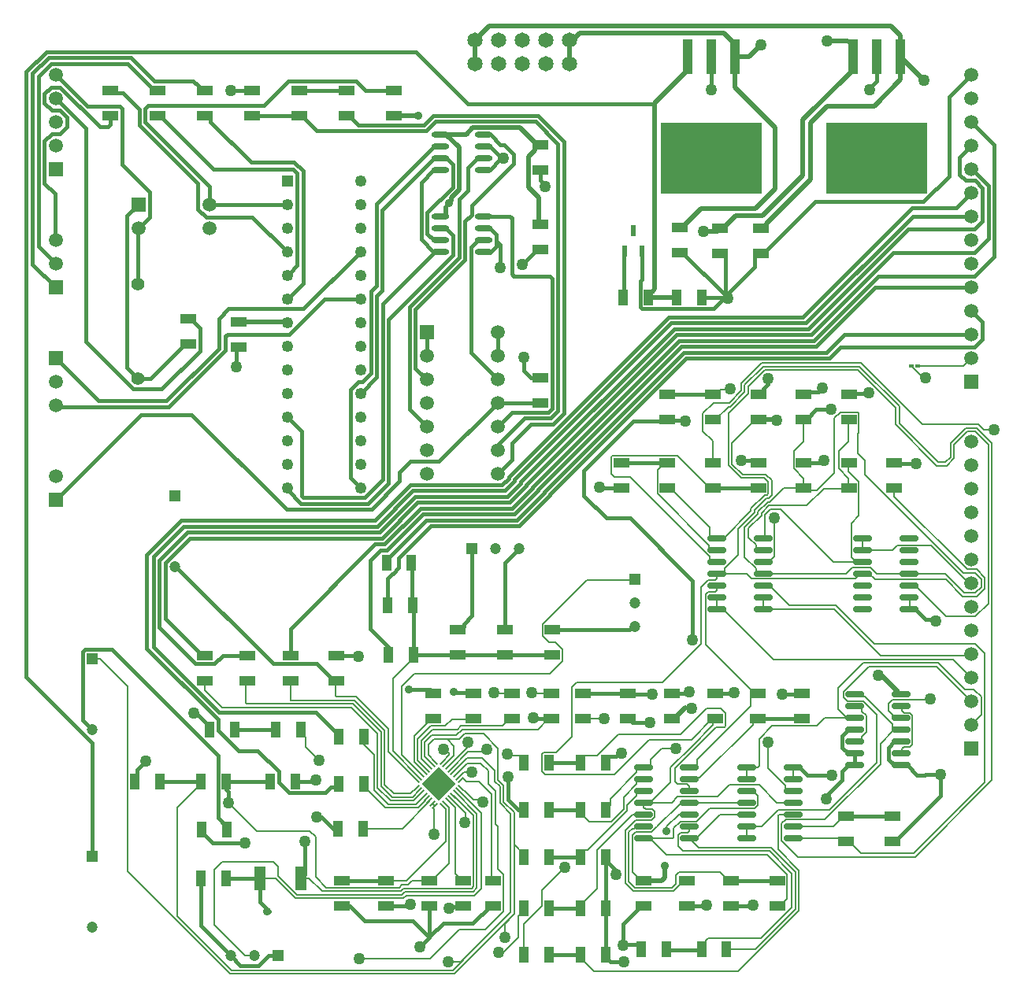
<source format=gtl>
G04*
G04 #@! TF.GenerationSoftware,Altium Limited,Altium Designer,20.0.9 (164)*
G04*
G04 Layer_Physical_Order=1*
G04 Layer_Color=255*
%FSLAX25Y25*%
%MOIN*%
G70*
G01*
G75*
%ADD13C,0.00500*%
%ADD40R,0.06693X0.04331*%
%ADD41R,0.04331X0.06693*%
%ADD42O,0.07480X0.02362*%
G04:AMPARAMS|DCode=43|XSize=28.74mil|YSize=8.66mil|CornerRadius=1.08mil|HoleSize=0mil|Usage=FLASHONLY|Rotation=45.000|XOffset=0mil|YOffset=0mil|HoleType=Round|Shape=RoundedRectangle|*
%AMROUNDEDRECTD43*
21,1,0.02874,0.00650,0,0,45.0*
21,1,0.02657,0.00866,0,0,45.0*
1,1,0.00217,0.01169,0.00710*
1,1,0.00217,-0.00710,-0.01169*
1,1,0.00217,-0.01169,-0.00710*
1,1,0.00217,0.00710,0.01169*
%
%ADD43ROUNDEDRECTD43*%
G04:AMPARAMS|DCode=44|XSize=28.74mil|YSize=8.66mil|CornerRadius=1.08mil|HoleSize=0mil|Usage=FLASHONLY|Rotation=315.000|XOffset=0mil|YOffset=0mil|HoleType=Round|Shape=RoundedRectangle|*
%AMROUNDEDRECTD44*
21,1,0.02874,0.00650,0,0,315.0*
21,1,0.02657,0.00866,0,0,315.0*
1,1,0.00217,0.00710,-0.01169*
1,1,0.00217,-0.01169,0.00710*
1,1,0.00217,-0.00710,0.01169*
1,1,0.00217,0.01169,-0.00710*
%
%ADD44ROUNDEDRECTD44*%
%ADD45P,0.14476X4X360.0*%
%ADD46R,0.04724X0.10236*%
%ADD47R,0.03898X0.14921*%
%ADD48R,0.42677X0.30000*%
%ADD49R,0.02362X0.04528*%
%ADD50R,0.01968X0.01181*%
G04:AMPARAMS|DCode=51|XSize=77.56mil|YSize=23.62mil|CornerRadius=5.91mil|HoleSize=0mil|Usage=FLASHONLY|Rotation=0.000|XOffset=0mil|YOffset=0mil|HoleType=Round|Shape=RoundedRectangle|*
%AMROUNDEDRECTD51*
21,1,0.07756,0.01181,0,0,0.0*
21,1,0.06575,0.02362,0,0,0.0*
1,1,0.01181,0.03287,-0.00591*
1,1,0.01181,-0.03287,-0.00591*
1,1,0.01181,-0.03287,0.00591*
1,1,0.01181,0.03287,0.00591*
%
%ADD51ROUNDEDRECTD51*%
%ADD52C,0.02000*%
%ADD53C,0.01500*%
%ADD54R,0.04724X0.04724*%
%ADD55C,0.04724*%
%ADD56C,0.05906*%
%ADD57R,0.05906X0.05906*%
%ADD58C,0.04921*%
%ADD59R,0.04921X0.04921*%
%ADD60R,0.05906X0.05906*%
%ADD61C,0.05512*%
%ADD62R,0.04724X0.04724*%
%ADD63C,0.06496*%
%ADD64C,0.05000*%
%ADD65C,0.03500*%
D13*
X207000Y97465D02*
G03*
X207001Y97439I500J0D01*
G01*
X207000Y64886D02*
G03*
X207147Y64532I500J0D01*
G01*
X207000Y100293D02*
G03*
X206854Y100646I-500J0D01*
G01*
X207001Y97051D02*
G03*
X207000Y97025I499J-26D01*
G01*
X207001Y97051D02*
G03*
X207001Y97439I-3745J194D01*
G01*
X389343Y257203D02*
X412984D01*
X363296Y283250D02*
X389343Y257203D01*
X412362Y255703D02*
X418703Y249362D01*
X401250Y249315D02*
X407638Y255703D01*
X411741Y254203D02*
X417203Y248741D01*
X402750Y248694D02*
X408259Y254203D01*
X412984Y257203D02*
X415186Y255000D01*
X419500D01*
X407638Y255703D02*
X412362D01*
X408259Y254203D02*
X411741D01*
X402750Y242825D02*
Y248694D01*
X417203Y181259D02*
Y248741D01*
X399675Y239750D02*
X402750Y242825D01*
X401250Y243447D02*
Y249315D01*
X399053Y241250D02*
X401250Y243447D01*
X395947Y241250D02*
X399053D01*
X379439Y257757D02*
X395947Y241250D01*
X395325Y239750D02*
X399675D01*
X377939Y257136D02*
X395325Y239750D01*
X322540Y227328D02*
X323476D01*
X316750Y221539D02*
X322540Y227328D01*
X316750Y220603D02*
Y221539D01*
X323161Y225828D02*
X324097D01*
X318250Y220917D02*
X323161Y225828D01*
X318250Y219981D02*
Y220917D01*
X323782Y224328D02*
X324718D01*
X319750Y220296D02*
X323782Y224328D01*
X319750Y219360D02*
Y220296D01*
X340423Y222828D02*
X347595Y230000D01*
X324404Y222828D02*
X340423D01*
X321250Y219675D02*
X324404Y222828D01*
X321250Y218739D02*
Y219675D01*
X329250Y221250D02*
X351500Y199000D01*
X324947Y221250D02*
X329250D01*
X322750Y219053D02*
X324947Y221250D01*
X322750Y209869D02*
Y219053D01*
X321882Y209000D02*
X322750Y209869D01*
X326609Y201215D02*
Y217390D01*
X324394Y199000D02*
X326609Y201215D01*
X326500Y217500D02*
X326609Y217390D01*
X324718Y224328D02*
X330734Y230344D01*
X314000Y213610D02*
X319750Y219360D01*
X325473Y227205D02*
Y233483D01*
X311246Y212977D02*
X318250Y219981D01*
X323973Y227826D02*
Y232861D01*
X305147Y209000D02*
X316750Y220603D01*
X324097Y225828D02*
X325473Y227205D01*
X323476Y227328D02*
X323973Y227826D01*
X315756Y213244D02*
X321250Y218739D01*
X193879Y29500D02*
X201379Y37000D01*
X188500Y29500D02*
X193879D01*
X214250Y47250D02*
Y47750D01*
X212500Y45500D02*
X214250Y47250D01*
X212500Y40000D02*
Y45500D01*
X211803Y33500D02*
X218250Y39947D01*
X210000Y33500D02*
X211803D01*
X190485Y26107D02*
X201379Y37000D01*
X409750Y159250D02*
X410000Y159000D01*
X360969Y191969D02*
X364000Y195000D01*
X313227Y235969D02*
X322987D01*
X308750Y240447D02*
X313227Y235969D01*
X243000Y148000D02*
X279303D01*
X295750Y164447D01*
X288184Y63842D02*
X288500D01*
X312606Y234469D02*
X322365D01*
X307250Y239825D02*
X312606Y234469D01*
X409000Y150000D02*
Y151000D01*
X181789Y96547D02*
X182003D01*
X182500Y83500D02*
Y94371D01*
X182278Y94594D02*
Y94853D01*
Y94594D02*
X182500Y94371D01*
X191840Y101130D02*
X200750Y92221D01*
X191840Y101130D02*
Y101130D01*
X200750Y60865D02*
Y92221D01*
X190727Y100017D02*
X190832D01*
X199250Y91599D01*
Y61487D02*
Y91599D01*
X371750Y159250D02*
X409750D01*
X322987Y235969D02*
X325473Y233483D01*
X241000Y146000D02*
X243000Y148000D01*
X322365Y234469D02*
X323973Y232861D01*
X402250Y157750D02*
X409000Y151000D01*
X182003Y96547D02*
X182987Y95563D01*
X334439Y87000D02*
X351504D01*
X307249Y264776D02*
X307898D01*
X301758Y259285D02*
X307249Y264776D01*
X307898D02*
X314081Y270959D01*
X371500Y121955D02*
X377045Y127500D01*
X331493Y89969D02*
X348090D01*
X336524Y74000D02*
X386121D01*
X329711Y80813D02*
X336524Y74000D01*
X329711Y80813D02*
Y88187D01*
X331493Y89969D01*
X348090D02*
X371500Y113379D01*
Y121955D01*
X357131Y132869D02*
X360623D01*
X407121Y145000D02*
X411000D01*
X353500Y136500D02*
X357131Y132869D01*
X414203Y134203D02*
Y141797D01*
X364250Y156250D02*
X395871D01*
X353500Y136500D02*
Y145500D01*
X364250Y156250D01*
X395871D02*
X407121Y145000D01*
X411000D02*
X414203Y141797D01*
X291489Y123750D02*
X300548Y132809D01*
X300739Y133000D02*
X301000D01*
X300679Y132679D02*
X300869Y132870D01*
X301000Y133000D01*
X229601Y109000D02*
X259000D01*
X300548Y132809D02*
X300739Y133000D01*
X259000Y109000D02*
X273750Y123750D01*
X291489D01*
X298606Y191128D02*
X301452D01*
X228300Y110301D02*
X229601Y109000D01*
X228300Y110301D02*
Y117699D01*
X228798Y118196D01*
X234196D01*
X295750Y188272D02*
X298606Y191128D01*
X234196Y118196D02*
X241000Y125000D01*
Y146000D01*
X301452Y191128D02*
X302393Y192069D01*
X305431Y196122D02*
X311246Y201937D01*
X304526Y194000D02*
X305431Y194905D01*
Y196122D01*
X311246Y201937D02*
Y212977D01*
X190727Y109983D02*
X196744Y116000D01*
X190727Y109983D02*
X190727D01*
X196744Y116000D02*
X203000D01*
X210500Y96800D02*
X215000Y92300D01*
Y50621D02*
Y92300D01*
X203000Y116000D02*
X208250Y110750D01*
Y106053D02*
Y110750D01*
Y106053D02*
X210500Y103803D01*
Y96800D02*
Y103803D01*
X201379Y37000D02*
X215000Y50621D01*
X212000Y97422D02*
Y104425D01*
X209750Y106675D02*
Y120053D01*
Y106675D02*
X212000Y104425D01*
X208506Y87994D02*
Y101994D01*
X209500Y68892D02*
Y87000D01*
X196721Y113750D02*
X202250D01*
X208506Y87994D02*
X209500Y87000D01*
X205500Y105000D02*
X208506Y101994D01*
X202250Y113750D02*
X205500Y110500D01*
X211875Y50853D02*
Y66518D01*
X209500Y68892D02*
X211875Y66518D01*
X205500Y105000D02*
Y110500D01*
X204199Y43176D02*
X211875Y50853D01*
X193176Y43176D02*
X204199D01*
X181000Y31000D02*
X193176Y43176D01*
X151000Y31000D02*
X181000D01*
X135151Y56485D02*
X169681D01*
X202500Y60494D02*
Y92698D01*
X135136Y56500D02*
X135151Y56485D01*
X115488Y65000D02*
X123988Y56500D01*
X135136D01*
X199756Y57750D02*
X202500Y60494D01*
X192954Y102244D02*
X202500Y92698D01*
X116500Y66109D02*
X124609Y58000D01*
X102574Y32219D02*
X106638D01*
X116500Y66109D02*
Y70000D01*
X114500Y72000D02*
X116500Y70000D01*
X89500Y45293D02*
X89793Y45000D01*
X89793D01*
X102574Y32219D01*
X89500Y45293D02*
Y68500D01*
X93000Y72000D01*
X114500D01*
X124609Y58000D02*
X135757D01*
X135773Y57985D01*
X169060D01*
X126291Y65000D02*
X129610D01*
X135110Y59500D01*
X136379D01*
X136394Y59485D01*
X216500Y79267D02*
Y92922D01*
X212000Y97422D02*
X216500Y92922D01*
X300261Y209000D02*
X302393D01*
X305147D01*
X304526Y194000D02*
X314865D01*
X273953Y97000D02*
X283179D01*
X285679Y99500D01*
X320153Y104500D02*
X327653Y97000D01*
X285679Y99500D02*
X302516D01*
X307516Y104500D02*
X320153D01*
X302516Y99500D02*
X307516Y104500D01*
X327653Y97000D02*
X334439D01*
X395250Y154750D02*
X409000Y141000D01*
X318366Y94500D02*
X319679Y95813D01*
X299159Y94500D02*
X318366D01*
X328169Y52500D02*
X332055Y56385D01*
X273953Y82000D02*
X281089Y74864D01*
X323708D01*
X332055Y66518D01*
X273953Y82000D02*
X283707D01*
X284000Y82293D01*
Y86171D02*
X286860Y89031D01*
X284000Y82293D02*
Y86171D01*
X286860Y89031D02*
X293690D01*
X299159Y94500D01*
X292500Y97000D02*
X314951D01*
X334439Y82000D02*
X355500D01*
X293441D02*
X303441Y92000D01*
X290744Y82000D02*
X294744Y78000D01*
X325243D01*
X305500Y35000D02*
X318500D01*
X315000Y112000D02*
X319579D01*
X328211Y77153D02*
X337000Y68364D01*
X244000Y32000D02*
X250250Y25750D01*
X311371D01*
X328211Y77153D02*
Y91707D01*
X328504Y92000D01*
X334439D01*
X303441D02*
X314951D01*
X319679Y95813D02*
Y99969D01*
X317148Y102500D02*
X319679Y99969D01*
X313000Y102500D02*
X317148D01*
X314951Y87000D02*
X321383D01*
X328383Y94000D01*
X330524D01*
X330555Y94031D01*
X338323D01*
X338354Y94000D01*
X350000D01*
X370000Y114000D01*
Y134407D01*
X364407Y140000D02*
X370000Y134407D01*
X357577Y140000D02*
X364407D01*
X355895Y141682D02*
X357577Y140000D01*
X355895Y141682D02*
Y144057D01*
X366588Y154750D01*
X395250D01*
X337000Y51379D02*
Y68364D01*
X311371Y25750D02*
X337000Y51379D01*
X347861Y132869D02*
X357131D01*
X344552Y129560D02*
X347861Y132869D01*
X325756Y129560D02*
X344552D01*
X320250Y124053D02*
X325756Y129560D01*
X320250Y112671D02*
Y124053D01*
X319579Y112000D02*
X320250Y112671D01*
X290744Y82000D02*
X293441D01*
X355500D02*
X356500Y81000D01*
X351504Y87000D02*
X355504Y91000D01*
X326340Y157750D02*
X402250D01*
X415703Y105703D02*
Y160241D01*
X418703Y106581D02*
Y249362D01*
X314951Y82000D02*
Y86549D01*
X355504Y91000D02*
X356000D01*
X305090Y179000D02*
X326340Y157750D01*
X352000Y179000D02*
X371750Y159250D01*
X379439Y257757D02*
Y264985D01*
X377939Y257136D02*
Y264364D01*
X308750Y240447D02*
Y249440D01*
X319000Y259690D01*
X307250Y262007D02*
X315581Y270338D01*
X307250Y239825D02*
Y262007D01*
X295750Y164447D02*
Y188272D01*
X297665Y163905D02*
X317571Y144000D01*
X297665Y163905D02*
Y185187D01*
X260532Y126048D02*
X287048D01*
X251581Y117096D02*
X260532Y126048D01*
X287048D02*
X298000Y137000D01*
X182278Y94853D02*
X182987Y95563D01*
X171000Y64000D02*
X187500Y80500D01*
Y94242D01*
X189000Y71343D02*
Y95062D01*
X182657Y65000D02*
X189000Y71343D01*
X187386Y96676D02*
X189000Y95062D01*
X186272Y95470D02*
X187500Y94242D01*
X191500Y66915D02*
Y94789D01*
X195500Y88500D02*
X196000Y89000D01*
X202183Y98318D02*
X203256Y97245D01*
X199135Y59250D02*
X200750Y60865D01*
X198513Y60750D02*
X199250Y61487D01*
X196000Y89000D02*
Y92516D01*
X186272Y95470D02*
Y95563D01*
X188499Y97790D02*
X191500Y94789D01*
X171870Y53370D02*
X172500Y54000D01*
X170130Y53370D02*
X171870D01*
X170947Y57750D02*
X199756D01*
X170325Y59250D02*
X199135D01*
X169704Y60750D02*
X198513D01*
X171664Y62250D02*
X173414Y64000D01*
X169083Y62250D02*
X171664D01*
X167817Y60985D02*
X169083Y62250D01*
X137015Y60985D02*
X167817D01*
X168439Y59485D02*
X169704Y60750D01*
X136394Y59485D02*
X168439D01*
X169060Y57985D02*
X170325Y59250D01*
X169681Y56485D02*
X170947Y57750D01*
X162269Y64000D02*
X171000D01*
X173414D02*
X180476D01*
X132500Y65500D02*
Y82500D01*
X95500Y97000D02*
X107500Y85000D01*
X130000D01*
X132500Y82500D01*
Y65500D02*
X137015Y60985D01*
X191107Y24607D02*
X214250Y47750D01*
X96272Y24607D02*
X191107D01*
X218250Y39947D02*
Y48792D01*
X220731Y51273D01*
X216500Y50000D02*
Y79267D01*
X96893Y26107D02*
X190485D01*
X182000Y65000D02*
X182657D01*
X214250Y47750D02*
X216500Y50000D01*
X191840Y108870D02*
X196721Y113750D01*
X207000Y97465D02*
Y100293D01*
X201439Y106061D02*
X206854Y100646D01*
X207147Y64532D02*
X207678Y64000D01*
X207001Y97051D02*
X207001D01*
X207146Y64532D02*
X207147Y64532D01*
X189613Y111097D02*
X197016Y118500D01*
X204139Y118639D02*
X205000Y119500D01*
X321204Y283250D02*
X363296D01*
X312581Y274626D02*
X321204Y283250D01*
X312581Y271581D02*
Y274626D01*
X307441Y266441D02*
X312581Y271581D01*
X301019Y266441D02*
X307441D01*
X296381Y261803D02*
X301019Y266441D01*
X315581Y270338D02*
Y273384D01*
X192533Y128078D02*
X194033Y129578D01*
X182020Y128078D02*
X192533D01*
X177201Y123260D02*
X182020Y128078D01*
X177201Y115769D02*
Y123260D01*
Y115769D02*
X180760Y112210D01*
X377045Y127500D02*
X377968D01*
X386121Y74000D02*
X418703Y106581D01*
X362675Y281750D02*
X379439Y264985D01*
X321825Y281750D02*
X362675D01*
X314081Y274005D02*
X321825Y281750D01*
X314081Y270959D02*
Y274005D01*
X300577Y259285D02*
X301758D01*
X383488Y189000D02*
X386185D01*
X399388Y175797D01*
X411741D01*
X417203Y181259D01*
X362053Y280250D02*
X377939Y264364D01*
X322447Y280250D02*
X362053D01*
X315581Y273384D02*
X322447Y280250D01*
X190244Y132409D02*
X199170D01*
X187413Y129578D02*
X190244Y132409D01*
X181399Y129578D02*
X187413D01*
X175701Y123881D02*
X181399Y129578D01*
X267409Y191409D02*
X267500Y191500D01*
X247195Y191409D02*
X267409D01*
X228433Y172647D02*
X247195Y191409D01*
X228433Y167613D02*
Y172647D01*
Y167613D02*
X231231Y164815D01*
X234029D01*
X236826Y162017D01*
Y156983D02*
Y162017D01*
X231456Y151613D02*
X236826Y156983D01*
X174370Y151613D02*
X231456D01*
X169000Y146243D02*
X174370Y151613D01*
X169000Y117289D02*
Y146243D01*
Y117289D02*
X177420Y108870D01*
X203553Y126250D02*
X209750Y120053D01*
X228346Y59846D02*
X238000Y69500D01*
X228346Y53355D02*
Y59846D01*
X282558Y230344D02*
X299356Y213546D01*
X198447Y109947D02*
X198500Y110000D01*
X195250Y109947D02*
X198447D01*
X193060Y107756D02*
X195250Y109947D01*
X192954Y107756D02*
X193060D01*
X199170Y132409D02*
X199355Y132594D01*
X194033Y129578D02*
X211513D01*
X214528Y132594D01*
X215710D01*
X187500Y119500D02*
X189000Y118000D01*
X186500Y119500D02*
X187500D01*
X192063Y125487D02*
X194654Y128078D01*
X226481D01*
X230996Y132594D01*
X232177D01*
X194940Y107256D02*
X196136Y106061D01*
X194681Y107256D02*
X194940D01*
X194067Y106642D02*
X194681Y107256D01*
X281377Y230344D02*
X282558D01*
X378337Y127869D02*
X380111D01*
X377968Y127500D02*
X378337Y127869D01*
X314951Y112000D02*
X315000D01*
X181550Y125487D02*
X192063D01*
X338977Y250011D02*
Y259285D01*
X334781Y245815D02*
X338977Y250011D01*
X334781Y238456D02*
Y245815D01*
Y238456D02*
X338977Y234260D01*
Y231023D02*
Y234260D01*
Y231023D02*
X339000Y231000D01*
X324000Y111524D02*
Y122500D01*
Y111524D02*
X331402Y104122D01*
Y102905D02*
Y104122D01*
Y102905D02*
X332307Y102000D01*
X274293Y115293D02*
X279000Y120000D01*
X285000D01*
X282593Y111886D02*
X291490Y120782D01*
X284500Y111671D02*
X301829Y129000D01*
X220731Y45740D02*
X228346Y53355D01*
X196136Y106061D02*
X201439D01*
X202596Y118639D02*
X204139D01*
X197016Y118500D02*
X202457D01*
X202596Y118639D01*
X188134Y123987D02*
X191000Y121121D01*
Y117000D02*
Y121121D01*
X187386Y113386D02*
X191000Y117000D01*
X195447Y126250D02*
X203553D01*
X193184Y123987D02*
X195447Y126250D01*
X188134Y123987D02*
X193184D01*
X188568Y112210D02*
X197000Y120642D01*
Y122500D01*
X178701Y122639D02*
X181550Y125487D01*
X178701Y116496D02*
Y122639D01*
X224000Y143500D02*
X224276Y143224D01*
X232177D01*
X208000Y143500D02*
X208276Y143224D01*
X215710D01*
X189613Y98903D02*
X196000Y92516D01*
X194415Y64000D02*
X195049D01*
X52985Y67894D02*
Y146128D01*
X41112Y158000D02*
X52985Y146128D01*
Y67894D02*
X96272Y24607D01*
X384622Y282000D02*
X385016D01*
X385356Y281660D01*
Y281245D02*
Y281660D01*
Y281245D02*
X389601Y277000D01*
X390500D01*
X189613Y111097D02*
X189613D01*
X165201Y118799D02*
X176244Y107756D01*
X165201Y118799D02*
Y149575D01*
X173787Y158161D01*
X103000Y139202D02*
X103293Y138909D01*
X148323D01*
X160201Y104030D02*
X164823Y99409D01*
X173471D02*
X176306Y102244D01*
X148323Y138909D02*
X160201Y127030D01*
X164823Y99409D02*
X173471D01*
X160201Y104030D02*
Y127030D01*
X103000Y139202D02*
Y148055D01*
X103630Y148685D01*
X163201Y96409D02*
X174925D01*
X157201Y102409D02*
Y117397D01*
X178533Y100017D02*
Y100017D01*
X157201Y102409D02*
X163201Y96409D01*
X174925D02*
X178533Y100017D01*
X152945Y121653D02*
X157201Y117397D01*
X152945Y121653D02*
Y125000D01*
X207001Y97439D02*
X207001D01*
X108968Y65000D02*
X115488D01*
X163201Y118677D02*
X175193Y106686D01*
X141000Y142202D02*
Y148378D01*
X149565Y141909D02*
X163201Y128273D01*
X141000Y142202D02*
X141293Y141909D01*
X163201Y118677D02*
Y128273D01*
X141293Y141909D02*
X149565D01*
X152630Y86000D02*
X169121D01*
X180760Y97639D01*
Y97790D01*
X92955Y137409D02*
X147701D01*
X174201Y125201D02*
X181909Y132909D01*
X180201Y117223D02*
X182987Y114437D01*
X180201Y117223D02*
Y121701D01*
X182487Y123987D01*
X188134D01*
X181909Y132909D02*
X182201D01*
X161855Y94909D02*
X175909D01*
X152945Y103819D02*
X161855Y94909D01*
X191500Y66915D02*
X194415Y64000D01*
X207000Y97025D02*
X207000Y64886D01*
X178701Y116496D02*
X181874Y113324D01*
X178936Y98192D02*
X179647Y98903D01*
X178936Y97936D02*
Y98192D01*
X175909Y94909D02*
X178936Y97936D01*
X176244Y107756D02*
X176306D01*
X175193Y106642D02*
Y106686D01*
X174201Y114315D02*
X178533Y109983D01*
X174201Y114315D02*
Y125201D01*
X175701Y115042D02*
X179647Y111097D01*
X175701Y115042D02*
Y123881D01*
X177314Y101130D02*
X177420D01*
X174092Y97909D02*
X177314Y101130D01*
X164201Y97909D02*
X174092D01*
X158701Y103409D02*
X164201Y97909D01*
X158701Y103409D02*
Y126409D01*
X147701Y137409D02*
X158701Y126409D01*
X175150Y103358D02*
X175193D01*
X172701Y100909D02*
X175150Y103358D01*
X165444Y100909D02*
X172701D01*
X161701Y104651D02*
X165444Y100909D01*
X161701Y104651D02*
Y127651D01*
X148944Y140409D02*
X161701Y127651D01*
X122074Y140409D02*
X148944D01*
X121781Y140702D02*
X122074Y140409D01*
X121781Y140702D02*
Y148685D01*
X85630Y144734D02*
Y148685D01*
Y144734D02*
X92955Y137409D01*
X152945Y103819D02*
Y105000D01*
X141000Y148378D02*
X141307Y148685D01*
X173787Y158161D02*
Y159343D01*
X196916Y100508D02*
Y100508D01*
Y100508D02*
X199106Y98318D01*
X202183D01*
X196212Y101212D02*
X196916Y100508D01*
X194067Y103358D02*
X196212Y101212D01*
X377599Y132869D02*
X380111D01*
X375000Y135848D02*
Y139000D01*
X376500Y140500D01*
X375000Y135848D02*
X376693Y134155D01*
X376500Y140500D02*
X393000D01*
X376693Y133774D02*
Y134155D01*
Y133774D02*
X377599Y132869D01*
X384839Y121682D02*
Y134057D01*
X383898Y134997D02*
X384839Y134057D01*
X381441Y134997D02*
X383898D01*
X383898Y120741D02*
X384839Y121682D01*
X354479Y262301D02*
X361876D01*
X362373Y261803D01*
X352000Y259822D02*
X354479Y262301D01*
X362373Y253588D02*
Y261803D01*
X365000Y236007D02*
X406710Y194297D01*
X365000Y236007D02*
Y242000D01*
X362000Y245000D02*
Y253215D01*
Y245000D02*
X365000Y242000D01*
X362000Y253215D02*
X362373Y253588D01*
X412362Y184297D02*
X415703Y187638D01*
X414203Y188259D02*
Y191741D01*
X415703Y187638D02*
Y192362D01*
X411741Y185797D02*
X414203Y188259D01*
X412268Y195797D02*
X415703Y192362D01*
X411646Y194297D02*
X414203Y191741D01*
X411741Y164203D02*
X415703Y160241D01*
X385500Y75500D02*
X415703Y105703D01*
X410000Y130000D02*
X414203Y134203D01*
X302000Y270157D02*
X303674Y271831D01*
X307527D02*
X307848Y272152D01*
X302000Y270000D02*
Y270157D01*
X303674Y271831D02*
X307527D01*
X296381Y254444D02*
Y261803D01*
Y254444D02*
X300577Y250248D01*
Y240974D02*
Y250248D01*
X351500Y199000D02*
X361303D01*
X321882D02*
X324394D01*
X318844Y204905D02*
Y206122D01*
X315756Y209211D02*
Y213244D01*
X318844Y204905D02*
X319749Y204000D01*
X315756Y209211D02*
X318844Y206122D01*
X319749Y204000D02*
X321882D01*
X314000Y200966D02*
Y213610D01*
X220000Y115000D02*
Y115866D01*
X218770Y117096D02*
X220000Y115866D01*
X213903Y117096D02*
X218770D01*
X213500Y117500D02*
X213903Y117096D01*
X246500Y131500D02*
X247500Y132500D01*
X254500D01*
X189000Y117135D02*
Y117793D01*
X186272Y114437D02*
X186302D01*
X189000Y117135D01*
X187386Y113324D02*
Y113386D01*
X188499Y112210D02*
X188568D01*
X128425Y120575D02*
X134000Y115000D01*
X128425Y120575D02*
Y124653D01*
X126260Y126819D02*
X128425Y124653D01*
X126260Y126819D02*
Y128000D01*
X216500Y79267D02*
X220731Y75036D01*
Y73855D02*
Y75036D01*
Y32727D02*
Y45740D01*
Y51273D02*
Y52454D01*
X281000Y86884D02*
X286116Y92000D01*
X281000Y85000D02*
Y86884D01*
X290144Y96400D02*
X290744Y97000D01*
X286116Y92000D02*
X290000D01*
X277000Y86829D02*
X286571Y96400D01*
X266528Y83187D02*
X267841Y84500D01*
X277000Y86829D02*
Y86829D01*
X274671Y84500D02*
X277000Y86829D01*
X245096Y117096D02*
X251581D01*
X243500Y115500D02*
X245096Y117096D01*
X286571Y96400D02*
X290144D01*
X274293Y112905D02*
Y115293D01*
X272000Y112000D02*
X273388D01*
X274293Y112905D01*
X332307Y102000D02*
X334439D01*
Y107000D02*
Y112000D01*
X409000Y284338D02*
Y286000D01*
X74000Y94819D02*
X84000Y104819D01*
X74000Y49000D02*
X96893Y26107D01*
X74000Y49000D02*
Y94819D01*
X38000Y158000D02*
X41112D01*
X314726Y86774D02*
X314951Y86549D01*
X365000Y142000D02*
X376728Y130272D01*
Y128740D02*
Y130272D01*
X360623Y142869D02*
X363504D01*
X364373Y142000D01*
X365000D01*
X376728Y128740D02*
X377968Y127500D01*
X362755Y137869D02*
X363660Y136964D01*
Y135747D02*
Y136964D01*
X360623Y137869D02*
X362755D01*
X365500Y126831D02*
Y133907D01*
X363660Y124992D02*
X365500Y126831D01*
X363660Y135747D02*
X365500Y133907D01*
X360000Y122500D02*
X362386D01*
X363660Y123775D02*
Y124992D01*
X362386Y122500D02*
X363660Y123775D01*
X258147Y243989D02*
X285751D01*
X257649Y236351D02*
Y243491D01*
X258147Y243989D01*
X387378Y282000D02*
X406662D01*
X409000Y284338D01*
X84000Y104819D02*
Y106000D01*
X358000Y249923D02*
Y260000D01*
X353981Y238456D02*
Y245903D01*
X358000Y230521D02*
X358177Y230344D01*
X353981Y245903D02*
X358000Y249923D01*
Y230521D02*
Y234437D01*
X353981Y238456D02*
X358000Y234437D01*
X352000Y236526D02*
Y259822D01*
X358000Y237235D02*
X359235Y236000D01*
X362373Y218497D02*
Y232861D01*
X359235Y236000D02*
X362373Y232861D01*
X359272Y215395D02*
X362373Y218497D01*
X359235Y236000D02*
X359235D01*
X358000Y237235D02*
Y240797D01*
X358177Y240974D01*
X406710Y194297D02*
X411646D01*
X408203Y195797D02*
X412268D01*
X377377Y226623D02*
X408203Y195797D01*
X392854Y206031D02*
X408886Y190000D01*
X378503Y206031D02*
X392854D01*
X344693Y229219D02*
X352000Y236526D01*
X316896Y191969D02*
X360969D01*
X314000Y200966D02*
X318844Y196122D01*
Y194905D02*
Y196122D01*
X314865Y194000D02*
X316896Y191969D01*
X318844Y194905D02*
X319749Y194000D01*
X321000D01*
X314951Y111951D02*
X315000Y112000D01*
X263528Y85187D02*
X267841Y89500D01*
X283827Y59485D02*
X288184Y63842D01*
X267841Y89500D02*
X274671D01*
X272197Y94128D02*
X275043D01*
X274671Y89500D02*
X275984Y90813D01*
X275043Y94128D02*
X275984Y93187D01*
X271256Y95069D02*
X272197Y94128D01*
X356500Y81000D02*
X357866D01*
X363366Y75500D01*
X385500D01*
X407032Y185797D02*
X411741D01*
X369197Y191500D02*
X399208D01*
X364000Y204000D02*
X376472D01*
X399208Y191500D02*
X406411Y184297D01*
X376472Y204000D02*
X378503Y206031D01*
X406411Y184297D02*
X412362D01*
X383488Y194000D02*
X398830D01*
X408886Y190000D02*
X409000D01*
X398830Y194000D02*
X407032Y185797D01*
X361303Y199000D02*
X361868D01*
X359272Y201031D02*
X361303Y199000D01*
X359272Y201031D02*
Y215395D01*
X347595Y230000D02*
X358000D01*
X368919Y164203D02*
X411741D01*
X352621Y180500D02*
X368919Y164203D01*
X324578Y189000D02*
X333078Y180500D01*
X352621D01*
X321882Y179000D02*
X352000D01*
X302197Y179197D02*
X302393Y179393D01*
Y179000D02*
X305090D01*
X280000Y240974D02*
Y241000D01*
Y240778D02*
Y240974D01*
X257649Y236351D02*
X259000Y235000D01*
X277181Y227826D02*
X299076Y205931D01*
X259000Y235000D02*
X265478D01*
X299356Y201122D01*
X299076Y204905D02*
Y205931D01*
Y204905D02*
X299981Y204000D01*
X277181Y237958D02*
X280000Y240778D01*
X299981Y204000D02*
X302393D01*
X277181Y227826D02*
Y237958D01*
X285751Y243989D02*
X299000Y230740D01*
X299356Y209905D02*
Y213546D01*
X300261Y199000D02*
X302393D01*
X299356Y199905D02*
Y201122D01*
Y199905D02*
X300261Y199000D01*
X299000Y230000D02*
Y230740D01*
X330734Y230344D02*
X338977D01*
X366697Y194000D02*
X369197Y191500D01*
X369915Y194000D02*
X382000D01*
X367415Y196500D02*
X369915Y194000D01*
X357000D02*
X359500Y196500D01*
X377377Y226623D02*
Y230344D01*
X338977D02*
X340101Y229219D01*
X383488Y184000D02*
X384000Y183488D01*
Y180000D02*
Y183488D01*
X321882Y194000D02*
X357000D01*
X361868Y199000D02*
X364000D01*
X340101Y229219D02*
X344693D01*
X364000Y204000D02*
Y209000D01*
X321882Y180119D02*
Y184000D01*
Y180119D02*
X322000Y180000D01*
X356908Y80593D02*
X357500Y80000D01*
X321882Y189000D02*
X324578D01*
X302393Y192069D02*
Y194000D01*
X304526D01*
X359500Y196500D02*
X367415D01*
X319062Y143938D02*
X319123Y144000D01*
X297665Y185187D02*
X298606Y186128D01*
X301452D02*
X302393Y187069D01*
X317571Y144000D02*
X319000D01*
X298606Y186128D02*
X301452D01*
X302393Y179393D02*
Y184000D01*
X316432Y141308D02*
X318937Y143814D01*
X302393Y187069D02*
Y189000D01*
X300679Y129971D02*
Y132679D01*
X298000Y137000D02*
X304000D01*
X290744Y112000D02*
X292876D01*
X293781Y115160D02*
X316432Y137810D01*
X293781Y112905D02*
Y115160D01*
X292876Y112000D02*
X293781Y112905D01*
X299356Y209905D02*
X300261Y209000D01*
X380500Y119800D02*
X381441Y120741D01*
X383898D01*
X380500Y118000D02*
Y119800D01*
Y135938D02*
Y137480D01*
X380111Y137869D02*
X380500Y137480D01*
Y135938D02*
X381441Y134997D01*
X297607Y37970D02*
Y38607D01*
X298500Y39500D01*
X320879D01*
X296137Y36500D02*
X297607Y37970D01*
X295500Y36500D02*
X296137D01*
X303518Y67500D02*
X306518Y64500D01*
X286309Y67500D02*
X303518D01*
X285000Y66191D02*
X286309Y67500D01*
X318500Y35000D02*
X335500Y52000D01*
X324621Y76500D02*
X334000Y67121D01*
X335500Y52000D02*
Y67743D01*
X325243Y78000D02*
X335500Y67743D01*
X320879Y39500D02*
X334000Y52621D01*
Y67121D01*
X332055Y56385D02*
Y66518D01*
X283206Y60985D02*
X285000Y62779D01*
Y66191D01*
X267626Y60985D02*
X283206D01*
X288000Y76500D02*
X324621D01*
X265028Y63582D02*
X267626Y60985D01*
X243000Y54000D02*
X244979D01*
X266528Y67615D02*
X269143Y65000D01*
X265028Y84528D02*
X266500Y86000D01*
X267375D01*
X267841Y84500D02*
X274671D01*
X265028Y63582D02*
Y84528D01*
X267375Y86000D02*
X268375Y87000D01*
X266675Y92000D02*
X271256D01*
X263528Y62961D02*
X267004Y59485D01*
X259092Y84416D02*
X266675Y92000D01*
X266528Y67615D02*
Y83187D01*
X263528Y62961D02*
Y85187D01*
X259092Y84416D02*
X259092D01*
X268375Y87000D02*
X271256D01*
X286016Y78484D02*
X288000Y76500D01*
X286016Y78484D02*
Y83187D01*
X244979Y54000D02*
X251500Y60521D01*
Y76825D01*
X245451Y76951D02*
X247573D01*
X264277Y93656D01*
X251500Y76825D02*
X259092Y84416D01*
X244000Y75500D02*
X245451Y76951D01*
X248245Y89000D02*
X257500D01*
X244500Y92745D02*
X248245Y89000D01*
X244500Y92745D02*
Y95000D01*
X257500Y89000D02*
X262777Y94277D01*
X268218Y99878D02*
Y101095D01*
X269124Y102000D01*
X264277Y95936D02*
X268218Y99878D01*
X264277Y93656D02*
Y95936D01*
X269124Y102000D02*
X271256D01*
X262777Y99436D02*
X268218Y104878D01*
Y106095D01*
X262777Y94277D02*
Y99436D01*
X273953Y97000D02*
X282593Y105641D01*
X269124Y107000D02*
X271256D01*
X268218Y106095D02*
X269124Y107000D01*
X282593Y105641D02*
Y111886D01*
X271256Y97000D02*
X273953D01*
X290744Y107000D02*
X291253Y107509D01*
X295009D01*
X291490Y120782D02*
X291490D01*
X290744Y85069D02*
Y87000D01*
X289803Y84128D02*
X290744Y85069D01*
X286957Y84128D02*
X289803D01*
X286016Y83187D02*
X286957Y84128D01*
X271256Y82000D02*
X273953D01*
X267004Y59485D02*
X283827D01*
X269143Y65000D02*
X270000D01*
X275984Y90813D02*
Y93187D01*
X304000Y137000D02*
X306000Y135000D01*
Y129500D02*
Y135000D01*
X305500Y129000D02*
X306000Y129500D01*
X290500Y102244D02*
X290744Y102000D01*
X285628Y104872D02*
X289559D01*
X301829Y129000D02*
X305500D01*
X289559Y104872D02*
X290500Y103931D01*
X284500Y106000D02*
X285628Y104872D01*
X291490Y120782D02*
X300679Y129971D01*
X290500Y102244D02*
Y103931D01*
X284500Y106000D02*
Y111671D01*
X306518Y64500D02*
X308000D01*
X295009Y107509D02*
X317471Y129971D01*
X271256Y95069D02*
Y97000D01*
X269124Y112000D02*
X271256D01*
X319293Y132500D02*
X319500D01*
X317471Y129971D02*
Y130678D01*
X319293Y132500D01*
X314951Y107000D02*
Y111951D01*
X268218Y111095D02*
X269124Y112000D01*
X257113Y98773D02*
X268218Y109878D01*
Y111095D01*
X257113Y96113D02*
Y98773D01*
X255000Y94000D02*
X257113Y96113D01*
X316432Y137810D02*
Y141308D01*
X173787Y159343D02*
X173945Y159500D01*
D40*
X215710Y143224D02*
D03*
Y132594D02*
D03*
X319777Y269915D02*
D03*
Y259285D02*
D03*
X207678Y53370D02*
D03*
Y64000D02*
D03*
X125453Y388023D02*
D03*
Y398653D02*
D03*
X85453D02*
D03*
Y388023D02*
D03*
X65453Y398653D02*
D03*
Y388023D02*
D03*
X105453Y398653D02*
D03*
Y388023D02*
D03*
X145453Y398653D02*
D03*
Y388023D02*
D03*
X165453Y398653D02*
D03*
Y388023D02*
D03*
X45453D02*
D03*
Y398653D02*
D03*
X100000Y290000D02*
D03*
Y300630D02*
D03*
X78453Y301968D02*
D03*
Y291338D02*
D03*
X227453Y365023D02*
D03*
Y375653D02*
D03*
Y276995D02*
D03*
Y266365D02*
D03*
Y331338D02*
D03*
Y341968D02*
D03*
X180476Y64000D02*
D03*
Y53370D02*
D03*
X141307Y148685D02*
D03*
Y159315D02*
D03*
X232177Y132594D02*
D03*
Y143224D02*
D03*
X232630Y170130D02*
D03*
Y159500D02*
D03*
X195049Y53370D02*
D03*
Y64000D02*
D03*
X162269Y53370D02*
D03*
Y64000D02*
D03*
X143583Y64000D02*
D03*
Y53370D02*
D03*
X85630Y148685D02*
D03*
Y159315D02*
D03*
X103630Y148685D02*
D03*
Y159315D02*
D03*
X121781Y148685D02*
D03*
Y159315D02*
D03*
X192630Y170130D02*
D03*
Y159500D02*
D03*
X212630Y170130D02*
D03*
Y159500D02*
D03*
X303756Y340315D02*
D03*
Y329685D02*
D03*
X321000Y340315D02*
D03*
Y329685D02*
D03*
X286513Y340606D02*
D03*
Y329976D02*
D03*
X199355Y143224D02*
D03*
Y132594D02*
D03*
X182229Y143224D02*
D03*
Y132594D02*
D03*
X338977Y259285D02*
D03*
Y269915D02*
D03*
X358177Y240974D02*
D03*
Y230344D02*
D03*
Y259285D02*
D03*
Y269915D02*
D03*
X281377Y230344D02*
D03*
Y240974D02*
D03*
X261846D02*
D03*
Y230344D02*
D03*
X377377D02*
D03*
Y240974D02*
D03*
X338977Y230344D02*
D03*
Y240974D02*
D03*
X300577Y230344D02*
D03*
Y240974D02*
D03*
X319777Y230344D02*
D03*
Y240974D02*
D03*
X300577Y269915D02*
D03*
Y259285D02*
D03*
X281377Y269915D02*
D03*
Y259285D02*
D03*
X319528Y143224D02*
D03*
Y132594D02*
D03*
X338416D02*
D03*
Y143224D02*
D03*
X327858Y53370D02*
D03*
Y64000D02*
D03*
X308199Y64000D02*
D03*
Y53370D02*
D03*
X289523Y64000D02*
D03*
Y53370D02*
D03*
X357000Y80685D02*
D03*
Y91315D02*
D03*
X376545D02*
D03*
Y80685D02*
D03*
X271324Y64000D02*
D03*
Y53370D02*
D03*
X301514Y132594D02*
D03*
Y143224D02*
D03*
X283208Y132594D02*
D03*
Y143224D02*
D03*
X245749D02*
D03*
Y132594D02*
D03*
X264752Y143224D02*
D03*
Y132594D02*
D03*
D41*
X56000Y106000D02*
D03*
X66630D02*
D03*
X126260Y128000D02*
D03*
X115630D02*
D03*
X94630Y106000D02*
D03*
X84000D02*
D03*
X152630Y86000D02*
D03*
X142000D02*
D03*
X113315Y106000D02*
D03*
X123945D02*
D03*
X98260Y128000D02*
D03*
X87630D02*
D03*
X94945Y85500D02*
D03*
X84315D02*
D03*
X94630Y65000D02*
D03*
X84000D02*
D03*
X152945Y125000D02*
D03*
X142315D02*
D03*
X152945Y105000D02*
D03*
X142315D02*
D03*
X173071Y198661D02*
D03*
X162442D02*
D03*
X173630Y180500D02*
D03*
X163000D02*
D03*
X173945Y159500D02*
D03*
X163315D02*
D03*
X273315Y311000D02*
D03*
X262685D02*
D03*
X285332D02*
D03*
X295962D02*
D03*
X306397Y34873D02*
D03*
X295767D02*
D03*
X280773D02*
D03*
X270143D02*
D03*
X255198Y93858D02*
D03*
X244568D02*
D03*
X231315D02*
D03*
X220685D02*
D03*
X231361Y73855D02*
D03*
X220731D02*
D03*
X244614Y73855D02*
D03*
X255244D02*
D03*
X231361Y52454D02*
D03*
X220731D02*
D03*
X244614D02*
D03*
X255244D02*
D03*
X231361Y32727D02*
D03*
X220731D02*
D03*
X244614D02*
D03*
X255244D02*
D03*
X231315Y114000D02*
D03*
X220685D02*
D03*
X244568D02*
D03*
X255198D02*
D03*
D42*
X203705Y365077D02*
D03*
Y370077D02*
D03*
Y375077D02*
D03*
Y380077D02*
D03*
X185201Y365077D02*
D03*
Y370077D02*
D03*
Y375077D02*
D03*
Y380077D02*
D03*
X203705Y330153D02*
D03*
Y335153D02*
D03*
Y340153D02*
D03*
Y345153D02*
D03*
X185201Y330153D02*
D03*
Y335153D02*
D03*
Y340153D02*
D03*
Y345153D02*
D03*
D43*
X175193Y103358D02*
D03*
X176306Y102244D02*
D03*
X177420Y101130D02*
D03*
X178533Y100017D02*
D03*
X179647Y98903D02*
D03*
X180760Y97790D02*
D03*
X181874Y96676D02*
D03*
X182987Y95563D02*
D03*
X194067Y106642D02*
D03*
X192954Y107756D02*
D03*
X191840Y108870D02*
D03*
X190727Y109983D02*
D03*
X189613Y111097D02*
D03*
X188499Y112210D02*
D03*
X187386Y113324D02*
D03*
X186272Y114437D02*
D03*
D44*
X182987D02*
D03*
X181874Y113324D02*
D03*
X180760Y112210D02*
D03*
X179647Y111097D02*
D03*
X178533Y109983D02*
D03*
X177420Y108870D02*
D03*
X176306Y107756D02*
D03*
X175193Y106642D02*
D03*
X186272Y95563D02*
D03*
X187386Y96676D02*
D03*
X188499Y97790D02*
D03*
X189613Y98903D02*
D03*
X190727Y100017D02*
D03*
X191840Y101130D02*
D03*
X192954Y102244D02*
D03*
X194067Y103358D02*
D03*
D45*
X184630Y105000D02*
D03*
D46*
X126291Y65000D02*
D03*
X108968D02*
D03*
D47*
X380000Y412835D02*
D03*
X370000D02*
D03*
X360000D02*
D03*
X310000D02*
D03*
X300000D02*
D03*
X290000D02*
D03*
D48*
X370000Y370000D02*
D03*
X300000D02*
D03*
D49*
X267000Y339429D02*
D03*
X270740Y330571D02*
D03*
X263260D02*
D03*
D50*
X384622Y282000D02*
D03*
X387378D02*
D03*
D51*
X360623Y142869D02*
D03*
Y137869D02*
D03*
Y132869D02*
D03*
Y127869D02*
D03*
Y122869D02*
D03*
Y117869D02*
D03*
Y112869D02*
D03*
X380111D02*
D03*
Y117869D02*
D03*
Y122869D02*
D03*
Y127869D02*
D03*
Y132869D02*
D03*
Y137869D02*
D03*
Y142869D02*
D03*
X364000Y209000D02*
D03*
Y204000D02*
D03*
Y199000D02*
D03*
Y194000D02*
D03*
Y189000D02*
D03*
Y184000D02*
D03*
Y179000D02*
D03*
X383488D02*
D03*
Y184000D02*
D03*
Y189000D02*
D03*
Y194000D02*
D03*
Y199000D02*
D03*
Y204000D02*
D03*
Y209000D02*
D03*
X302393D02*
D03*
Y204000D02*
D03*
Y199000D02*
D03*
Y194000D02*
D03*
Y189000D02*
D03*
Y184000D02*
D03*
Y179000D02*
D03*
X321882D02*
D03*
Y184000D02*
D03*
Y189000D02*
D03*
Y194000D02*
D03*
Y199000D02*
D03*
Y204000D02*
D03*
Y209000D02*
D03*
X271256Y112000D02*
D03*
Y107000D02*
D03*
Y102000D02*
D03*
Y97000D02*
D03*
Y92000D02*
D03*
Y87000D02*
D03*
Y82000D02*
D03*
X290744D02*
D03*
Y87000D02*
D03*
Y92000D02*
D03*
Y97000D02*
D03*
Y102000D02*
D03*
Y107000D02*
D03*
Y112000D02*
D03*
X334439Y82000D02*
D03*
Y87000D02*
D03*
Y92000D02*
D03*
Y97000D02*
D03*
Y102000D02*
D03*
Y107000D02*
D03*
Y112000D02*
D03*
X314951D02*
D03*
Y107000D02*
D03*
Y102000D02*
D03*
Y97000D02*
D03*
Y92000D02*
D03*
Y87000D02*
D03*
Y82000D02*
D03*
D52*
X349000Y419500D02*
X357750D01*
X357955Y419295D01*
X359051D01*
X360000Y418347D01*
X358874Y406374D02*
X359051D01*
X360000Y407323D01*
X338757Y386257D02*
X358874Y406374D01*
X360000Y418000D02*
Y418347D01*
X206000Y426000D02*
X376000D01*
X200000Y420000D02*
X206000Y426000D01*
X376000D02*
X380000Y422000D01*
X319777Y259285D02*
X319918Y259427D01*
X327073D02*
X327500Y259000D01*
X279089Y396411D02*
X288801Y406124D01*
X276000Y393323D02*
X279089Y396411D01*
X288801Y406124D02*
X290000Y407323D01*
X372000Y151000D02*
X379000Y144000D01*
X370500Y151000D02*
X372000D01*
X380000Y412949D02*
X389949Y403000D01*
X390000D01*
X303441Y340000D02*
X304623D01*
X303441D02*
X303756Y340315D01*
X302441Y339000D02*
X303441Y340000D01*
X296500Y339000D02*
X302441D01*
X380000Y412949D02*
Y418347D01*
Y422000D01*
X280151Y70171D02*
X280250Y70072D01*
Y65172D02*
Y70072D01*
X271324Y64000D02*
X279078D01*
X280250Y65172D01*
X165453Y388023D02*
X165464Y388012D01*
X175988D01*
X176000Y388000D01*
X226272Y375653D02*
X226925Y375000D01*
X219067Y382858D02*
X226272Y375653D01*
X187760Y380077D02*
X196281D01*
X185201D02*
X187760D01*
X199062Y382858D02*
X219067D01*
X196281Y380077D02*
X199062Y382858D01*
X226925Y375000D02*
X227000D01*
X190000Y352000D02*
Y353214D01*
X187760Y380077D02*
X193365Y374472D01*
Y356579D02*
Y374472D01*
X190000Y353214D02*
X193365Y356579D01*
X185201Y345153D02*
X187573D01*
X187740Y345320D01*
Y349334D01*
X119484Y300484D02*
X120000Y301000D01*
X100000Y300630D02*
X100146Y300484D01*
X119484D01*
X222506Y370707D02*
X225107Y373307D01*
Y374488D01*
X226272Y375653D01*
X222506Y357739D02*
Y370707D01*
Y357739D02*
X227000Y353246D01*
Y342000D02*
Y353246D01*
X283208Y132594D02*
X284389D01*
X289000Y137205D01*
X319918Y259427D02*
X327073D01*
X310000Y412835D02*
X315835D01*
X320000Y417000D01*
X380000Y412835D02*
Y418347D01*
X318481Y348481D02*
X327000Y357000D01*
X321481Y345481D02*
X338757Y362757D01*
X242959Y421742D02*
X243094D01*
X244352Y423000D01*
X241217Y420000D02*
X242959Y421742D01*
X305346Y423000D02*
X310000Y418347D01*
X244352Y423000D02*
X305346D01*
X240000Y420000D02*
X241217D01*
X310000Y414000D02*
Y418347D01*
X200000Y410000D02*
Y420000D01*
X240000Y410000D02*
Y419000D01*
X322181Y340315D02*
X323346Y341480D01*
Y342347D02*
X342000Y361000D01*
X338757Y362757D02*
Y386257D01*
X310000Y400000D02*
Y412835D01*
X273315Y311000D02*
Y312181D01*
X274480Y313347D01*
X323346Y341480D02*
Y342347D01*
X310104Y345481D02*
X321481D01*
X349000Y392000D02*
X368876D01*
X342000Y385000D02*
X349000Y392000D01*
X321000Y340315D02*
X322181D01*
X342000Y361000D02*
Y385000D01*
X304623Y340000D02*
X310104Y345481D01*
X368876Y392000D02*
X380000Y403124D01*
Y412000D01*
X360000Y407323D02*
Y412835D01*
X310000Y400000D02*
X327000Y383000D01*
X287694Y340606D02*
X295569Y348481D01*
X274828Y313347D02*
X276000Y314518D01*
X290000Y407323D02*
Y412835D01*
X274480Y313347D02*
X274828D01*
X276000Y314518D02*
Y393323D01*
X286513Y340606D02*
X287694D01*
X295569Y348481D02*
X318481D01*
X327000Y357000D02*
Y383000D01*
X273315Y311000D02*
X285000D01*
D53*
X405000Y363000D02*
Y370338D01*
X344373Y263500D02*
X350500D01*
X340158Y259285D02*
X344373Y263500D01*
X197000Y393000D02*
X276000D01*
X55327Y415000D02*
X175000D01*
X279677Y397000D02*
X288801Y406124D01*
X288801D01*
X175000Y415000D02*
X197000Y393000D01*
X18434Y415041D02*
X55286D01*
X10000Y406607D02*
X18434Y415041D01*
X55286D02*
X55327Y415000D01*
X10000Y150185D02*
Y406607D01*
Y150185D02*
X38000Y122185D01*
Y74354D02*
Y122185D01*
X262500Y36500D02*
Y45727D01*
X270143Y34873D02*
Y35585D01*
X262500Y45727D02*
X270143Y53370D01*
X340636Y108500D02*
X351000D01*
X337136Y112000D02*
X340636Y108500D01*
X348500Y99990D02*
X355250Y106740D01*
X348500Y98500D02*
Y99990D01*
X355250Y110193D02*
X357926Y112869D01*
X355250Y106740D02*
Y110193D01*
X335000Y112000D02*
X337136D01*
X255500Y31290D02*
Y32000D01*
X318291Y240974D02*
X319777D01*
X312584Y242084D02*
X317181D01*
X318291Y240974D01*
X312500Y242000D02*
X312584Y242084D01*
X255500Y31290D02*
X257290Y29500D01*
X263000D01*
X265000Y132500D02*
X266500Y131000D01*
X274000D01*
X108968Y55032D02*
X113000Y51000D01*
X126291Y65000D02*
X128000Y66709D01*
Y80500D01*
X255244Y32727D02*
Y52454D01*
X108968Y55032D02*
Y65000D01*
X280592Y258500D02*
X281377Y259285D01*
X255500Y217500D02*
X265500D01*
X267000Y258500D02*
X280592D01*
X246000Y237500D02*
X267000Y258500D01*
X246000Y227000D02*
X255500Y217500D01*
X246000Y227000D02*
Y237500D01*
X265500Y217500D02*
X292000Y191000D01*
Y166000D02*
Y191000D01*
X390661Y109000D02*
X397000D01*
X281377Y259285D02*
X281770Y258893D01*
X288607D01*
X289000Y258500D01*
X264975Y143000D02*
X275000D01*
X256000Y114000D02*
Y115983D01*
X255244Y72674D02*
Y73244D01*
Y52454D02*
Y72674D01*
Y73244D02*
Y73855D01*
X256000Y115983D02*
X256613Y116596D01*
X259649D01*
X261053Y118000D01*
X262000D01*
X255244Y72674D02*
X258830Y69088D01*
Y67170D02*
Y69088D01*
Y67170D02*
X259500Y66500D01*
X255244Y73244D02*
X255500Y73500D01*
X176500Y36000D02*
Y36048D01*
X180476Y40024D01*
X224500Y133000D02*
X224906Y132594D01*
X88815Y80000D02*
X102500D01*
X162269Y53370D02*
X170130D01*
X266628Y171500D02*
X267500D01*
X265257Y170130D02*
X266628Y171500D01*
X232630Y170130D02*
X265257D01*
X212232Y375778D02*
X216250Y371760D01*
X210563Y375778D02*
X212232D01*
X206546Y379795D02*
X210563Y375778D01*
X203987Y379795D02*
X206546D01*
X203705Y380077D02*
X203987Y379795D01*
X198615Y346115D02*
Y350120D01*
X216250Y367755D01*
Y371760D01*
X346553Y242000D02*
X347500D01*
X345527Y240974D02*
X346553Y242000D01*
X338977Y240974D02*
X345527D01*
X206219Y375077D02*
X211296Y370000D01*
X212000D01*
X300000Y399000D02*
Y412835D01*
X345330Y270830D02*
X347000Y272500D01*
X339892Y270830D02*
X345330D01*
X338977Y269915D02*
X339892Y270830D01*
X338977Y259285D02*
X340158D01*
X95500Y97000D02*
Y101784D01*
X94630Y102654D02*
X95500Y101784D01*
X94630Y102654D02*
Y106000D01*
X306000Y311500D02*
X318404Y323903D01*
X295962Y311000D02*
X305500D01*
X306000Y311500D02*
Y328270D01*
Y311500D02*
X307000Y310500D01*
X305500Y311500D02*
X306000D01*
X134835Y91000D02*
X139835Y86000D01*
X133000Y91000D02*
X134835D01*
X319634Y329500D02*
X322000D01*
Y329504D01*
X400527Y395866D02*
X410000Y405338D01*
X400527Y362280D02*
Y395866D01*
X389748Y351500D02*
X400527Y362280D01*
X343996Y351500D02*
X389748D01*
X322000Y329504D02*
X343996Y351500D01*
X99000Y289000D02*
X100000Y290000D01*
X99000Y281500D02*
Y289000D01*
X370000Y402717D02*
Y412835D01*
X367000Y399717D02*
X370000Y402717D01*
X367000Y399000D02*
Y399717D01*
X214000Y98250D02*
Y108000D01*
Y98250D02*
X218392Y93858D01*
X220685D01*
X57000Y111000D02*
X60500Y114500D01*
X57000Y107000D02*
Y111000D01*
X56000Y106000D02*
X57000Y107000D01*
X81000Y135000D02*
X81811D01*
X87630Y129181D01*
Y128000D02*
Y129181D01*
X150185Y159315D02*
X150500Y159000D01*
X141307Y159315D02*
X150185D01*
X132000Y106000D02*
X132500Y106500D01*
X123945Y106000D02*
X132000D01*
X139835Y86000D02*
X142000D01*
X173480Y47020D02*
X180000Y40500D01*
X180476Y40024D02*
Y53370D01*
X180988Y40488D02*
X186437Y45937D01*
X199064D01*
X206497Y53370D01*
X207678D01*
X153280Y47020D02*
X173480D01*
X146930Y53370D02*
X153280Y47020D01*
X143583Y53370D02*
X146930D01*
X263000Y37000D02*
X268728D01*
X270143Y35585D01*
X270143Y53370D02*
X271324D01*
X289523D02*
X289588Y53435D01*
X297935D01*
X298000Y53500D01*
X308199Y53370D02*
X308264Y53435D01*
X317435D01*
X317500Y53500D01*
X390330Y108670D02*
X390661Y109000D01*
X387008Y108670D02*
X390330D01*
X382808Y112869D02*
X387008Y108670D01*
X380111Y112869D02*
X382808D01*
X397000Y99959D02*
Y109000D01*
X377041Y80000D02*
X397000Y99959D01*
X374883Y115401D02*
X377784Y112500D01*
X374883Y120338D02*
X377414Y122869D01*
X374883Y115401D02*
Y120338D01*
X377784Y112500D02*
X380000D01*
X377414Y122869D02*
X380111D01*
X360623Y112877D02*
X361000Y112500D01*
X357926Y112869D02*
X360623D01*
X357795Y118000D02*
X361000D01*
X360623Y112877D02*
Y117869D01*
X357926Y127869D02*
X360623D01*
X355395Y125338D02*
X357926Y127869D01*
X355395Y120401D02*
Y125338D01*
Y120401D02*
X357795Y118000D01*
X338304Y143112D02*
X338416Y143224D01*
X330112Y143112D02*
X338304D01*
X330000Y143000D02*
X330112Y143112D01*
X301514Y143224D02*
X301652Y143362D01*
X309362D01*
X309500Y143500D01*
X289724Y143224D02*
X290500Y144000D01*
X283208Y143224D02*
X289724D01*
X261768Y230422D02*
X261846Y230344D01*
X252578Y230422D02*
X261768D01*
X252500Y230500D02*
X252578Y230422D01*
X377851Y240500D02*
X386500D01*
X377377Y240974D02*
X377851Y240500D01*
X358177Y269915D02*
X358469Y270208D01*
X366208D01*
X366500Y270500D01*
X289291Y285250D02*
X349785D01*
X231656Y227615D02*
X289291Y285250D01*
X349785D02*
X354576Y290041D01*
X288255Y287750D02*
X348750D01*
X229156Y228651D02*
X288255Y287750D01*
X348750D02*
X356338Y295338D01*
X287220Y290250D02*
X344179D01*
X226656Y229686D02*
X287220Y290250D01*
X344179D02*
X369267Y315338D01*
X286184Y292750D02*
X343143D01*
X224156Y230722D02*
X286184Y292750D01*
X343143D02*
X370434Y320041D01*
X285149Y295250D02*
X342108D01*
X221656Y231757D02*
X285149Y295250D01*
X342108D02*
X376899Y330041D01*
X284113Y297750D02*
X341072D01*
X219156Y232793D02*
X284113Y297750D01*
X341072D02*
X383363Y340041D01*
X283077Y300250D02*
X340037D01*
X216656Y233828D02*
X283077Y300250D01*
X340037D02*
X385125Y345338D01*
X282042Y302750D02*
X338750D01*
X214156Y234864D02*
X282042Y302750D01*
X338750D02*
X385000Y349000D01*
X319777Y269915D02*
X324000Y274138D01*
Y276500D01*
X105376Y398576D02*
X105453Y398653D01*
X96576Y398576D02*
X105376D01*
X96500Y398500D02*
X96576Y398576D01*
X210718Y369500D02*
X211500D01*
X203705Y365077D02*
X206295D01*
X210718Y369500D01*
X203705Y375077D02*
X206219D01*
X195691Y326868D02*
Y343191D01*
X198615Y346115D01*
X227453Y360608D02*
Y365023D01*
Y360608D02*
X229500Y358561D01*
Y358000D02*
Y358561D01*
X220500Y280000D02*
Y285500D01*
Y280000D02*
X223505Y276995D01*
X227453D01*
X208795Y335000D02*
Y337622D01*
Y332684D02*
Y335000D01*
X210500Y323500D02*
Y333295D01*
X208795Y335000D02*
X210500Y333295D01*
X203500Y330000D02*
X206111D01*
X203705Y340153D02*
X206264D01*
X208795Y337622D01*
X206111Y330000D02*
X208795Y332684D01*
X226272Y331338D02*
X227453D01*
X220000Y325066D02*
X226272Y331338D01*
X220000Y325000D02*
Y325066D01*
X305500Y311500D02*
Y312170D01*
X300803Y306304D02*
X305500Y311000D01*
X270590Y306304D02*
X300803D01*
X269800Y307094D02*
X270590Y306304D01*
X270500Y329500D02*
X270740Y329260D01*
Y318761D02*
Y329260D01*
X269800Y317821D02*
X270740Y318761D01*
X269800Y307094D02*
Y317821D01*
X318404Y328270D02*
X319634Y329500D01*
X318404Y323903D02*
Y328270D01*
X303500Y328500D02*
X305770D01*
X306000Y328270D01*
X286513Y329976D02*
X287694D01*
X305500Y312170D01*
X230996Y132594D02*
X232177D01*
X132591Y135409D02*
X140403Y127596D01*
X140944Y103629D02*
X142315Y105000D01*
X138778Y103629D02*
X140944D01*
X136453Y101304D02*
X138778Y103629D01*
X121220Y101304D02*
X136453D01*
X116830Y105694D02*
X121220Y101304D01*
X116830Y105694D02*
Y110170D01*
X108000Y119000D02*
X116830Y110170D01*
X94630Y106000D02*
X113315D01*
X83815Y85000D02*
X88815Y80000D01*
X394330Y174670D02*
X395000Y174000D01*
X390515Y174670D02*
X394330D01*
X386616Y178569D02*
X390515Y174670D01*
X383919Y178569D02*
X386616D01*
X383488Y179000D02*
X383919Y178569D01*
X264752Y143224D02*
X264975Y143000D01*
X189560Y52810D02*
X194489D01*
X195049Y53370D01*
X189000Y52250D02*
X189560Y52810D01*
X198617Y143617D02*
X199000Y144000D01*
X191383Y143617D02*
X198617D01*
X191000Y144000D02*
X191383Y143617D01*
X181000Y145000D02*
X183000Y143000D01*
X172000Y145000D02*
X181000D01*
X224906Y132594D02*
X230996D01*
X83815Y85000D02*
X84315Y85500D01*
X182099Y388108D02*
X226520D01*
X178099Y384108D02*
X182099Y388108D01*
X150549Y384108D02*
X178099D01*
X179135Y381608D02*
X183135Y385608D01*
X133049Y381608D02*
X179135D01*
X183135Y385608D02*
X225485D01*
X146634Y388023D02*
X150549Y384108D01*
X126634Y388023D02*
X133049Y381608D01*
X225485Y385608D02*
X235049Y376043D01*
X226520Y388108D02*
X237549Y377079D01*
X197028Y356353D02*
Y365959D01*
X179711Y346814D02*
X190615Y357718D01*
X203423Y369795D02*
X203705Y370077D01*
X193191Y352516D02*
X197028Y356353D01*
X193191Y327904D02*
Y352516D01*
X200864Y369795D02*
X203423D01*
X187499Y370338D02*
X190615Y367222D01*
Y357718D02*
Y367222D01*
X197028Y365959D02*
X200864Y369795D01*
X174750Y305927D02*
X195691Y326868D01*
X172250Y306963D02*
X193191Y327904D01*
X91145Y127694D02*
X99839Y119000D01*
X108000D01*
X63888Y163112D02*
X80933Y146067D01*
Y145960D02*
X91485Y135409D01*
X80933Y145960D02*
Y146067D01*
X75500Y216500D02*
X157500D01*
X173671Y229135D02*
X212436D01*
X76535Y214000D02*
X158536D01*
X231656Y227141D02*
Y227615D01*
X163857Y201258D02*
X163857D01*
X218650Y214135D02*
X231656Y227141D01*
X179234Y216635D02*
X217614D01*
X229156Y228177D02*
Y228651D01*
X163857Y201258D02*
X179234Y216635D01*
X217614D02*
X229156Y228177D01*
X354576Y290041D02*
X411353D01*
X216656Y233355D02*
Y233828D01*
X226656Y229212D02*
Y229686D01*
X163000Y192121D02*
X164844Y193965D01*
X224156Y230248D02*
Y230722D01*
X91145Y111224D02*
Y117064D01*
X34913Y162112D02*
X46097D01*
X63888Y163112D02*
Y201352D01*
X61000Y162358D02*
Y202000D01*
X46097Y162112D02*
X91145Y117064D01*
X61000Y162358D02*
X91145Y132213D01*
X175742Y224135D02*
X214508D01*
X68888Y198703D02*
X79185Y209000D01*
X63888Y201352D02*
X76535Y214000D01*
X66388Y171136D02*
X81724Y155800D01*
X68888Y174876D02*
Y198703D01*
X61000Y202000D02*
X75500Y216500D01*
X66388Y171136D02*
Y199739D01*
X68888Y174876D02*
X84449Y159315D01*
X91145Y127694D02*
Y132213D01*
X98260Y128000D02*
X115630D01*
X78149Y211500D02*
X159571D01*
X93137Y159315D02*
X103630D01*
X157500Y216500D02*
X172635Y231635D01*
X89621Y155800D02*
X93137Y159315D01*
X73366Y197000D02*
X114566Y155800D01*
X81724D02*
X89621D01*
X114566D02*
X133011D01*
X91115Y90511D02*
Y111193D01*
X91145Y111224D01*
X33888Y132112D02*
Y161087D01*
X79963Y261338D02*
X120173Y221128D01*
X155442D01*
X58453Y261338D02*
X79963D01*
X121781Y159315D02*
Y170781D01*
X174706Y226635D02*
X213472D01*
X126296Y223627D02*
X154742D01*
X219156Y232319D02*
Y232793D01*
X79185Y209000D02*
X160607D01*
X155442Y221128D02*
X155573Y221258D01*
X120453Y229471D02*
X126296Y223627D01*
X160607Y209000D02*
X175742Y224135D01*
X170347Y203358D02*
X170347D01*
X411353Y290041D02*
X414703Y293390D01*
X177813Y219135D02*
X216579D01*
X414703Y293390D02*
Y300635D01*
X160000Y204000D02*
X162678D01*
X159571Y211500D02*
X174706Y226635D01*
X157500Y206500D02*
X161642D01*
X158536Y214000D02*
X173671Y229135D01*
X156116Y221258D02*
X168000Y233142D01*
X181124Y214135D02*
X218650D01*
X154742Y223627D02*
X163372Y232257D01*
X155573Y221258D02*
X156116D01*
X155500Y170661D02*
Y199500D01*
X160000Y204000D01*
X212436Y229135D02*
X216656Y233355D01*
X172635Y231635D02*
X211401D01*
X167756Y196555D02*
Y200767D01*
X162678Y204000D02*
X177813Y219135D01*
X161642Y206500D02*
X176778Y221635D01*
X221656Y231284D02*
Y231757D01*
X213472Y226635D02*
X219156Y232319D01*
X216579Y219135D02*
X226656Y229212D01*
X176778Y221635D02*
X215543D01*
X66388Y199739D02*
X78149Y211500D01*
X214156Y234390D02*
Y234864D01*
X214508Y224135D02*
X221656Y231284D01*
X215543Y221635D02*
X224156Y230248D01*
X165166Y193965D02*
X167756Y196555D01*
X237549Y261969D02*
Y377079D01*
X223453Y257338D02*
X232918D01*
X221064Y259950D02*
X231994D01*
X215564Y262450D02*
X230959D01*
X232549Y264040D02*
Y319121D01*
X232918Y257338D02*
X237549Y261969D01*
X235049Y263005D02*
Y376043D01*
X231994Y259950D02*
X235049Y263005D01*
X230959Y262450D02*
X232549Y264040D01*
X211401Y231635D02*
X214156Y234390D01*
X403662Y349000D02*
X410000Y355338D01*
X385000Y349000D02*
X403662D01*
X385125Y345338D02*
X408338D01*
X410000Y385338D02*
X419703Y375635D01*
Y328390D02*
Y375635D01*
X405000Y370338D02*
X410000Y375338D01*
Y375338D01*
X411489Y360500D02*
X414703Y357286D01*
X417203Y335890D02*
Y358322D01*
X407500Y360500D02*
X411489D01*
X411353Y320041D02*
X419703Y328390D01*
X405000Y363000D02*
X407500Y360500D01*
X410484Y365041D02*
X417203Y358322D01*
X414703Y343390D02*
Y357286D01*
X411353Y330041D02*
X417203Y335890D01*
X411353Y340041D02*
X414703Y343390D01*
X383363Y340041D02*
X411353D01*
X173945Y159500D02*
X192630D01*
X212630D01*
X281377Y269915D02*
X299915D01*
X369267Y315338D02*
X408662D01*
X409000Y315000D01*
X370434Y320041D02*
X411353D01*
X356338Y295338D02*
X410000D01*
X376899Y330041D02*
X411353D01*
X167756Y200767D02*
X170347Y203358D01*
X162442Y198661D02*
Y199843D01*
X163857Y201258D01*
X173351Y180779D02*
X173787Y180342D01*
X173071Y198661D02*
X173351Y198382D01*
Y180779D02*
Y198382D01*
X155500Y170661D02*
X163315Y162847D01*
X170347Y203358D02*
X181124Y214135D01*
X410000Y305338D02*
X414703Y300635D01*
X163315Y159500D02*
Y162847D01*
X164844Y193965D02*
X165166D01*
X163000Y180500D02*
Y192121D01*
X408338Y345338D02*
X409000Y346000D01*
X91485Y135409D02*
X132591D01*
X140403Y127596D02*
X140900D01*
X142315Y126181D01*
Y125000D02*
Y126181D01*
X153197Y226128D02*
X160872Y233803D01*
X168000Y233142D02*
Y236885D01*
X126453Y227006D02*
Y254338D01*
X127332Y226128D02*
X153197D01*
X126453Y227006D02*
X127332Y226128D01*
X120453Y229471D02*
Y230338D01*
X73000Y197000D02*
X73366D01*
X121781Y170781D02*
X157500Y206500D01*
X163372Y232257D02*
Y301620D01*
X210296Y249181D02*
X221064Y259950D01*
X210296Y246495D02*
Y249181D01*
X209453Y236338D02*
X215453Y242338D01*
Y249338D02*
X223453Y257338D01*
X215453Y242338D02*
Y249338D01*
X84449Y159315D02*
X85630D01*
X133011Y155800D02*
X140126Y148685D01*
X112453Y32219D02*
X116219D01*
X100750Y28107D02*
X108341D01*
X116219Y32219D02*
X116500Y32500D01*
X96638Y32219D02*
X100750Y28107D01*
X108341D02*
X112453Y32219D01*
X82630Y106000D02*
X83630Y105000D01*
X140126Y148685D02*
X141307D01*
X262972Y330283D02*
X263260Y330571D01*
X262972Y312028D02*
Y330283D01*
Y312028D02*
X263000Y312000D01*
X261846Y240974D02*
X280000D01*
X319344Y230344D02*
X320000Y231000D01*
X300577Y230344D02*
X319344D01*
X33888Y132112D02*
X38000Y128000D01*
X33888Y161087D02*
X34913Y162112D01*
X94630Y85000D02*
Y86996D01*
X91115Y90511D02*
X94630Y86996D01*
X245749Y143224D02*
X264752D01*
X243358Y93858D02*
X244000Y94500D01*
X231315Y93858D02*
X243358D01*
X280773Y34873D02*
X281147Y34500D01*
X295500D01*
X319528Y132594D02*
X337906D01*
X376545Y91315D02*
X376685D01*
X357000D02*
X376545D01*
X376685D02*
X377000Y91000D01*
X308199Y64000D02*
X328500D01*
X308199Y64000D02*
X308199Y64000D01*
X231361Y73855D02*
X243974D01*
X231361Y32727D02*
X243199D01*
X231361Y52454D02*
X244023D01*
X231315Y114000D02*
X243500D01*
X96357Y32500D02*
X96500D01*
X84000Y44857D02*
X96357Y32500D01*
X84000Y44857D02*
Y65000D01*
X173787Y159343D02*
Y180342D01*
X143583Y64000D02*
X162630D01*
X143583Y64000D02*
X143583Y64000D01*
X94630Y65000D02*
X108630D01*
X66630Y106000D02*
X82630D01*
X212630Y170130D02*
Y198500D01*
X218630Y204500D01*
X192630Y170130D02*
X193811D01*
X195226Y171545D01*
Y172726D01*
X198630Y176130D01*
Y204500D01*
X212630Y159500D02*
X232630D01*
X85453Y388023D02*
X86634D01*
X88049Y386608D01*
Y385427D02*
X105138Y368338D01*
X91453Y301955D02*
X95626Y306128D01*
X69320Y267147D02*
X91453Y289280D01*
X215500Y320879D02*
Y344459D01*
X216379Y320000D02*
X231671D01*
X124138Y388023D02*
X124453Y388338D01*
X125453Y388023D02*
X126634D01*
X145453D02*
X146634D01*
X177211Y359646D02*
X182360Y364795D01*
X158164Y350599D02*
X182642Y375077D01*
X160664Y348099D02*
X182642Y370077D01*
X182360Y364795D02*
X184919D01*
X182642Y370077D02*
X185201D01*
X184919Y364795D02*
X185201Y365077D01*
X185453Y370338D02*
X187499D01*
X182642Y375077D02*
X185201D01*
X65453Y388023D02*
X66634D01*
X60356Y385133D02*
Y390913D01*
X61681Y392238D02*
X110560D01*
X57857Y384097D02*
Y390677D01*
X60356Y390913D02*
X61681Y392238D01*
X105453Y388023D02*
X124138D01*
X87453Y350338D02*
X120453D01*
X122849Y365338D02*
X124664Y363524D01*
X66634Y388023D02*
X89319Y365338D01*
X123385Y368338D02*
X127164Y364559D01*
X105138Y368338D02*
X123385D01*
X60356Y385133D02*
X87453Y358036D01*
X88049Y385427D02*
Y386608D01*
X89319Y365338D02*
X122849D01*
X82750Y348390D02*
Y359204D01*
X87453Y350338D02*
Y358036D01*
X57857Y384097D02*
X82750Y359204D01*
X35357Y292137D02*
X55346Y272147D01*
X52707Y281159D02*
X57213Y276653D01*
X52707Y281159D02*
Y345592D01*
X22453Y225338D02*
X58453Y261338D01*
X67249Y272147D02*
X83549Y288448D01*
X57453Y276338D02*
X57768Y276653D01*
X62587D01*
X77272Y291338D01*
X20802Y390338D02*
X24104D01*
X20505Y400041D02*
X24401D01*
X20802Y380338D02*
X24104D01*
X17750Y393390D02*
Y397286D01*
Y393390D02*
X20802Y390338D01*
X17750Y359260D02*
Y377286D01*
Y397286D02*
X20505Y400041D01*
X17750Y377286D02*
X20802Y380338D01*
X22453Y395338D02*
X22639D01*
X19469Y412541D02*
X54250D01*
X20505Y410041D02*
X52884D01*
X22453Y405338D02*
X22639D01*
X52884Y410041D02*
X64272Y398653D01*
X54250Y412541D02*
X64223Y402568D01*
X80747D02*
X82857Y400459D01*
X64272Y398653D02*
X65453D01*
X82857Y400068D02*
Y400459D01*
Y400068D02*
X84272Y398653D01*
X64223Y402568D02*
X80747D01*
X84272Y398653D02*
X85453D01*
X12750Y405822D02*
X19469Y412541D01*
X15250Y404786D02*
X20505Y410041D01*
X15250Y332541D02*
Y404786D01*
X24104Y380338D02*
X27156Y383390D01*
X12750Y325041D02*
Y405822D01*
X17750Y359260D02*
X22098Y354912D01*
Y335693D02*
Y354912D01*
X24104Y390338D02*
X27156Y387286D01*
X24401Y400041D02*
X41104Y383338D01*
X45453Y398653D02*
X46622Y397484D01*
X22639Y405338D02*
X36039Y391938D01*
X51049Y397484D02*
X57857Y390677D01*
X22639Y395338D02*
X35357Y382621D01*
X46622Y397484D02*
X51049D01*
X23144Y264647D02*
X70355D01*
X40644Y267147D02*
X69320D01*
X55346Y272147D02*
X67249D01*
X22453Y265338D02*
X23144Y264647D01*
X22453Y285338D02*
X40644Y267147D01*
X15250Y332541D02*
X22453Y325338D01*
X12750Y325041D02*
X22453Y315338D01*
X22098Y335693D02*
X22453Y335338D01*
X35357Y292137D02*
Y382621D01*
X41104Y383338D02*
X44574D01*
X45453Y384217D02*
Y388023D01*
X50549Y367158D02*
Y390913D01*
X57333Y316458D02*
Y340218D01*
X44574Y383338D02*
X45453Y384217D01*
X36039Y391938D02*
X49524D01*
X27156Y383390D02*
Y387286D01*
X49524Y391938D02*
X50549Y390913D01*
X52707Y345592D02*
X57453Y350338D01*
X57333Y340218D02*
X57453Y340338D01*
X82750Y348390D02*
X86099Y345041D01*
X105750D01*
X57453Y340338D02*
X62156Y345041D01*
Y355552D01*
X50549Y367158D02*
X62156Y355552D01*
X94357Y294459D02*
X95235Y295338D01*
X77272Y291338D02*
X78453D01*
Y302338D02*
X79264D01*
X83549Y288448D02*
Y298053D01*
X70355Y264647D02*
X94357Y288648D01*
X79264Y302338D02*
X83549Y298053D01*
X91453Y289280D02*
Y301955D01*
X172250Y263541D02*
X178453Y257338D01*
X95235Y295338D02*
X121408D01*
X151453Y270338D02*
X158372Y277257D01*
X152408Y275338D02*
X155872Y278803D01*
Y313555D01*
X158372Y311532D02*
X160664Y313824D01*
X155872Y313555D02*
X158164Y315846D01*
X158372Y277257D02*
Y311532D01*
X136408Y310338D02*
X151453D01*
X172250Y263541D02*
Y306963D01*
X174750Y281041D02*
Y305927D01*
X178453Y287338D02*
X179453Y288338D01*
Y296338D01*
X174750Y281041D02*
X179453Y276338D01*
X147242Y272082D02*
X150498Y275338D01*
X152408D01*
X147242Y254707D02*
Y272082D01*
Y248594D02*
Y254707D01*
Y234549D02*
Y248594D01*
X94357Y288648D02*
Y294459D01*
X95626Y306128D02*
X127242D01*
X125453Y398653D02*
X145453D01*
X120890Y402568D02*
X149524D01*
X121408Y295338D02*
X136408Y310338D01*
X110560Y392238D02*
X120890Y402568D01*
X153440Y398653D02*
X165453D01*
X149524Y402568D02*
X153440Y398653D01*
X160872Y233803D02*
Y308383D01*
X127242Y306128D02*
X151453Y330338D01*
X231671Y320000D02*
X232549Y319121D01*
X209453Y286338D02*
Y296338D01*
X198215Y287576D02*
Y332222D01*
Y287576D02*
X209453Y276338D01*
X158164Y315846D02*
Y350599D01*
X160664Y313824D02*
Y348099D01*
X179711Y338084D02*
X182642Y335153D01*
X163372Y301620D02*
X190691Y328939D01*
X160872Y308383D02*
X182923Y330435D01*
X147242Y234549D02*
X151453Y230338D01*
X172750Y241635D02*
X184750D01*
X168000Y236885D02*
X172750Y241635D01*
X190691Y328939D02*
Y337222D01*
X185453Y340338D02*
X187575D01*
X190691Y337222D01*
X179711Y338084D02*
Y346814D01*
X177211Y335584D02*
X182360Y330435D01*
X182642Y335153D02*
X185201D01*
X177211Y335584D02*
Y359646D01*
X121453Y320338D02*
Y321338D01*
X120453Y311338D02*
X121453D01*
X105750Y345041D02*
X120453Y330338D01*
X121453Y311338D02*
X127164Y317049D01*
X121453Y321338D02*
X124664Y324549D01*
X204473Y345318D02*
X207039D01*
X207059Y345338D01*
X214621D02*
X215500Y344459D01*
Y320879D02*
X216379Y320000D01*
X207059Y345338D02*
X214621D01*
X209453Y236338D02*
X209453D01*
X184750Y241635D02*
X209453Y266338D01*
X209466Y266352D01*
X226439D01*
X209453Y256338D02*
X215564Y262450D01*
X124664Y324549D02*
Y363524D01*
X127164Y317049D02*
Y364559D01*
X120453Y260338D02*
X126453Y254338D01*
X201331Y335338D02*
X202453D01*
X198215Y332222D02*
X201331Y335338D01*
D54*
X73000Y227000D02*
D03*
X38000Y74354D02*
D03*
X38000Y158000D02*
D03*
X267500Y191500D02*
D03*
D55*
X73000Y197000D02*
D03*
X38000Y44354D02*
D03*
X38000Y128000D02*
D03*
X267500Y181500D02*
D03*
Y171500D02*
D03*
X106638Y32219D02*
D03*
X96638D02*
D03*
X208630Y204500D02*
D03*
X218630D02*
D03*
D56*
X22453Y235338D02*
D03*
Y375338D02*
D03*
Y385338D02*
D03*
Y395338D02*
D03*
Y405338D02*
D03*
Y335338D02*
D03*
Y325338D02*
D03*
X209453Y236338D02*
D03*
Y246338D02*
D03*
Y256338D02*
D03*
Y266338D02*
D03*
Y276338D02*
D03*
Y286338D02*
D03*
Y296338D02*
D03*
X179453Y236338D02*
D03*
Y246338D02*
D03*
Y256338D02*
D03*
Y266338D02*
D03*
Y276338D02*
D03*
Y286338D02*
D03*
X22453Y265338D02*
D03*
Y275338D02*
D03*
X57453Y340338D02*
D03*
X87453Y350338D02*
D03*
Y340338D02*
D03*
X410000Y250000D02*
D03*
Y240000D02*
D03*
Y230000D02*
D03*
Y220000D02*
D03*
Y210000D02*
D03*
Y200000D02*
D03*
Y190000D02*
D03*
Y180000D02*
D03*
Y170000D02*
D03*
Y160000D02*
D03*
Y150000D02*
D03*
Y140000D02*
D03*
Y130000D02*
D03*
Y405338D02*
D03*
Y395338D02*
D03*
Y385338D02*
D03*
Y375338D02*
D03*
Y365338D02*
D03*
Y355338D02*
D03*
Y345338D02*
D03*
Y335338D02*
D03*
Y325338D02*
D03*
Y315338D02*
D03*
Y305338D02*
D03*
Y295338D02*
D03*
Y285338D02*
D03*
D57*
X22453Y225338D02*
D03*
Y365338D02*
D03*
Y315338D02*
D03*
Y285338D02*
D03*
X410000Y120000D02*
D03*
Y275338D02*
D03*
D58*
X151453Y360338D02*
D03*
Y350338D02*
D03*
Y340338D02*
D03*
Y330338D02*
D03*
Y320338D02*
D03*
Y310338D02*
D03*
Y300338D02*
D03*
Y290338D02*
D03*
Y280338D02*
D03*
Y270338D02*
D03*
Y260338D02*
D03*
Y250338D02*
D03*
Y240338D02*
D03*
Y230338D02*
D03*
X120453D02*
D03*
Y240338D02*
D03*
Y250338D02*
D03*
Y260338D02*
D03*
Y270338D02*
D03*
Y280338D02*
D03*
Y290338D02*
D03*
Y300338D02*
D03*
Y310338D02*
D03*
Y320338D02*
D03*
Y330338D02*
D03*
Y340338D02*
D03*
Y350338D02*
D03*
D59*
Y360338D02*
D03*
D60*
X179453Y296338D02*
D03*
X57453Y350338D02*
D03*
D61*
X57213Y316653D02*
D03*
Y276653D02*
D03*
D62*
X116638Y32219D02*
D03*
X198630Y204500D02*
D03*
D63*
X240000Y420000D02*
D03*
Y410000D02*
D03*
X230000Y420000D02*
D03*
Y410000D02*
D03*
X220000D02*
D03*
Y420000D02*
D03*
X210000Y410000D02*
D03*
Y420000D02*
D03*
X200000Y410000D02*
D03*
Y420000D02*
D03*
D64*
X349000Y419500D02*
D03*
X419500Y255000D02*
D03*
X327500Y259000D02*
D03*
X350500Y263500D02*
D03*
X326500Y217500D02*
D03*
X188500Y29500D02*
D03*
X212500Y40000D02*
D03*
X210000Y33500D02*
D03*
X262500Y36500D02*
D03*
X351000Y108500D02*
D03*
X348500Y98500D02*
D03*
X392500Y141000D02*
D03*
X370500Y151000D02*
D03*
X263000Y29500D02*
D03*
X390000Y403000D02*
D03*
X296500Y339000D02*
D03*
X289000Y258500D02*
D03*
X312500Y242000D02*
D03*
X292000Y166000D02*
D03*
X274000Y131000D02*
D03*
X275000Y143000D02*
D03*
X262000Y118000D02*
D03*
X259500Y66500D02*
D03*
X182500Y83500D02*
D03*
X195500Y88500D02*
D03*
X203256Y97245D02*
D03*
X172500Y54000D02*
D03*
X176500Y36000D02*
D03*
X224500Y133000D02*
D03*
X291500Y137000D02*
D03*
X128000Y80500D02*
D03*
X102500Y80000D02*
D03*
X151000Y31000D02*
D03*
X212000Y370000D02*
D03*
X186500Y119500D02*
D03*
X300000Y399000D02*
D03*
X347500Y242000D02*
D03*
X347000Y272500D02*
D03*
X95500Y97000D02*
D03*
X307000Y310500D02*
D03*
X324000Y122500D02*
D03*
X285000Y120000D02*
D03*
X238000Y69500D02*
D03*
X198500Y110000D02*
D03*
X133000Y91000D02*
D03*
X197000Y122500D02*
D03*
X205000Y119500D02*
D03*
X99000Y281500D02*
D03*
X367000Y399000D02*
D03*
X224000Y143500D02*
D03*
X208000D02*
D03*
X214000Y108000D02*
D03*
X60500Y114500D02*
D03*
X81000Y135000D02*
D03*
X150500Y159000D02*
D03*
X132500Y106500D02*
D03*
X298000Y53500D02*
D03*
X317500D02*
D03*
X397000Y109000D02*
D03*
X330000Y143000D02*
D03*
X309500Y143500D02*
D03*
X290500Y144000D02*
D03*
X252500Y230500D02*
D03*
X386500Y240500D02*
D03*
X390500Y277000D02*
D03*
X366500Y270500D02*
D03*
X324000Y276500D02*
D03*
X96500Y398500D02*
D03*
X229500Y358000D02*
D03*
X220500Y285500D02*
D03*
X210500Y323500D02*
D03*
X220000Y325000D02*
D03*
X307848Y272152D02*
D03*
X213500Y117500D02*
D03*
X254500Y132500D02*
D03*
X134000Y115000D02*
D03*
X189000Y52250D02*
D03*
X395000Y174000D02*
D03*
X321000Y418000D02*
D03*
D65*
X281000Y85000D02*
D03*
X280151Y70171D02*
D03*
X112000Y51000D02*
D03*
X191000Y144000D02*
D03*
X172000Y145000D02*
D03*
X176000Y388000D02*
D03*
X189000Y351000D02*
D03*
M02*

</source>
